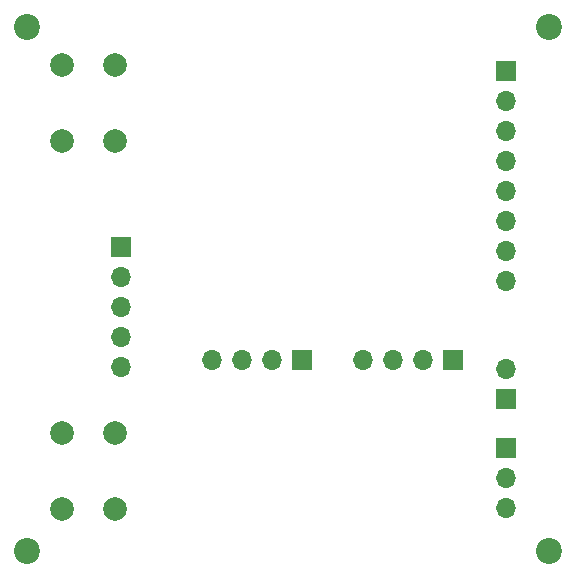
<source format=gbr>
%TF.GenerationSoftware,KiCad,Pcbnew,8.0.8*%
%TF.CreationDate,2025-04-21T18:24:13-04:00*%
%TF.ProjectId,ramen-v2,72616d65-6e2d-4763-922e-6b696361645f,rev?*%
%TF.SameCoordinates,Original*%
%TF.FileFunction,Soldermask,Bot*%
%TF.FilePolarity,Negative*%
%FSLAX46Y46*%
G04 Gerber Fmt 4.6, Leading zero omitted, Abs format (unit mm)*
G04 Created by KiCad (PCBNEW 8.0.8) date 2025-04-21 18:24:13*
%MOMM*%
%LPD*%
G01*
G04 APERTURE LIST*
%ADD10C,2.200000*%
%ADD11C,2.000000*%
%ADD12R,1.700000X1.700000*%
%ADD13O,1.700000X1.700000*%
G04 APERTURE END LIST*
D10*
%TO.C,H1*%
X120500000Y-66300000D03*
%TD*%
D11*
%TO.C,SW1*%
X128000000Y-69500000D03*
X128000000Y-76000000D03*
X123500000Y-69500000D03*
X123500000Y-76000000D03*
%TD*%
D10*
%TO.C,H4*%
X164700000Y-110700000D03*
%TD*%
%TO.C,H3*%
X120500000Y-110700000D03*
%TD*%
D12*
%TO.C,J2*%
X143800000Y-94500000D03*
D13*
X141260000Y-94500000D03*
X138720000Y-94500000D03*
X136180000Y-94500000D03*
%TD*%
D12*
%TO.C,J4*%
X161100000Y-97775000D03*
D13*
X161100000Y-95235000D03*
%TD*%
D12*
%TO.C,J3*%
X156620000Y-94500000D03*
D13*
X154080000Y-94500000D03*
X151540000Y-94500000D03*
X149000000Y-94500000D03*
%TD*%
D12*
%TO.C,J7*%
X128500000Y-84960000D03*
D13*
X128500000Y-87500000D03*
X128500000Y-90040000D03*
X128500000Y-92580000D03*
X128500000Y-95120000D03*
%TD*%
D12*
%TO.C,J6*%
X161100000Y-101935000D03*
D13*
X161100000Y-104475000D03*
X161100000Y-107015000D03*
%TD*%
D12*
%TO.C,J5*%
X161100000Y-70040000D03*
D13*
X161100000Y-72580000D03*
X161100000Y-75120000D03*
X161100000Y-77660000D03*
X161100000Y-80200000D03*
X161100000Y-82740000D03*
X161100000Y-85280000D03*
X161100000Y-87820000D03*
%TD*%
D11*
%TO.C,SW2*%
X123450000Y-107150000D03*
X123450000Y-100650000D03*
X127950000Y-107150000D03*
X127950000Y-100650000D03*
%TD*%
D10*
%TO.C,H2*%
X164700000Y-66300000D03*
%TD*%
M02*

</source>
